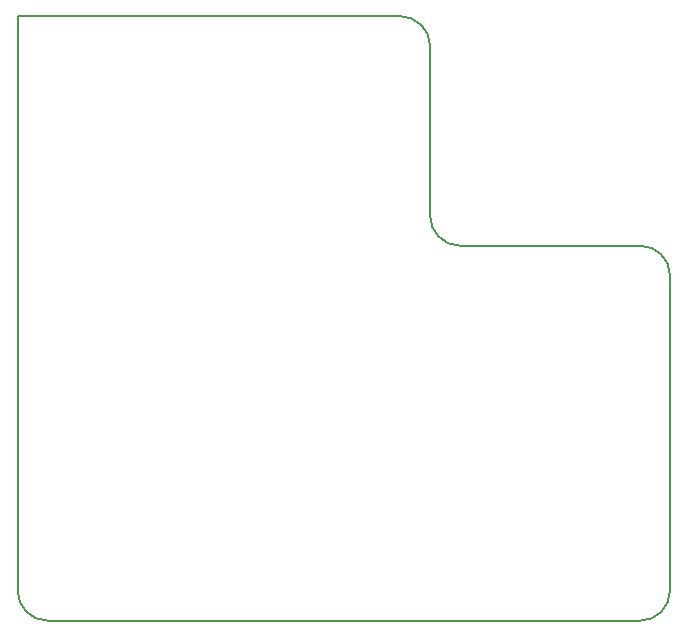
<source format=gbr>
%TF.GenerationSoftware,KiCad,Pcbnew,5.1.4-e60b266~84~ubuntu18.04.1*%
%TF.CreationDate,2019-10-23T15:02:04+02:00*%
%TF.ProjectId,ensaimedia,656e7361-696d-4656-9469-612e6b696361,rev?*%
%TF.SameCoordinates,Original*%
%TF.FileFunction,Profile,NP*%
%FSLAX46Y46*%
G04 Gerber Fmt 4.6, Leading zero omitted, Abs format (unit mm)*
G04 Created by KiCad (PCBNEW 5.1.4-e60b266~84~ubuntu18.04.1) date 2019-10-23 15:02:04*
%MOMM*%
%LPD*%
G04 APERTURE LIST*
%ADD10C,0.200000*%
G04 APERTURE END LIST*
D10*
X140970000Y-61214000D02*
X173355000Y-61214000D01*
X173355000Y-61214000D02*
G75*
G02X175895000Y-63754000I0J-2540000D01*
G01*
X193675000Y-80645000D02*
G75*
G02X196215000Y-83185000I0J-2540000D01*
G01*
X178435000Y-80645000D02*
X193675000Y-80645000D01*
X178435000Y-80645000D02*
G75*
G02X175895000Y-78105000I0J2540000D01*
G01*
X175895000Y-63754000D02*
X175895000Y-78105000D01*
X143510000Y-112395000D02*
G75*
G02X140970000Y-109855000I0J2540000D01*
G01*
X196215000Y-109855000D02*
G75*
G02X193675000Y-112395000I-2540000J0D01*
G01*
X140970000Y-109855000D02*
X140970000Y-61214000D01*
X193675000Y-112395000D02*
X143510000Y-112395000D01*
X196215000Y-83185000D02*
X196215000Y-109855000D01*
M02*

</source>
